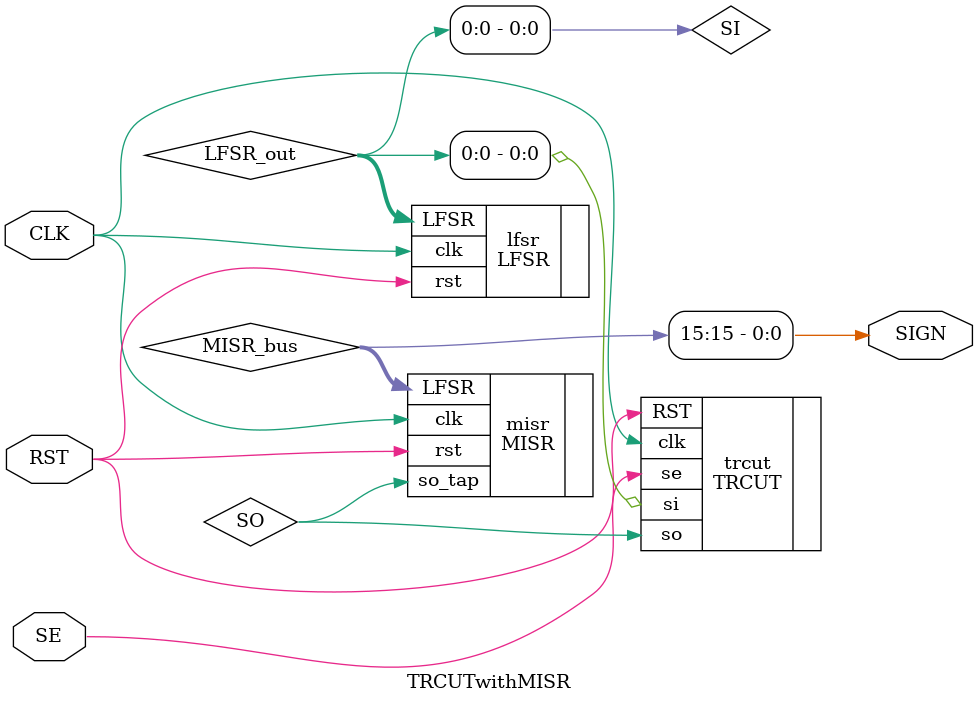
<source format=v>
module TRCUTwithMISR(SE,RST,CLK,SIGN);

input SE,RST,CLK;
output SIGN;

wire SE,RST,CLK,SI,SIGN,SO; // wires to connect modules
wire [7:0] LFSR_out; //	bus array for the lfsr output
wire [15:0] MISR_bus; // for the misr output

assign SI = LFSR_out[0]; 	// connecting one bit of the LFSR with TRCUT(SI)
assign SIGN = MISR_bus[15]; // assign SIGN to the last bit of the MISR 

TRCUT trcut (.clk(CLK),.si(SI),.se(SE),.RST(RST),.so(SO));
LFSR lfsr (.clk(CLK),.rst(RST),.LFSR(LFSR_out));
MISR misr (.clk(CLK),.rst(RST),.so_tap(SO),.LFSR(MISR_bus));
endmodule
</source>
